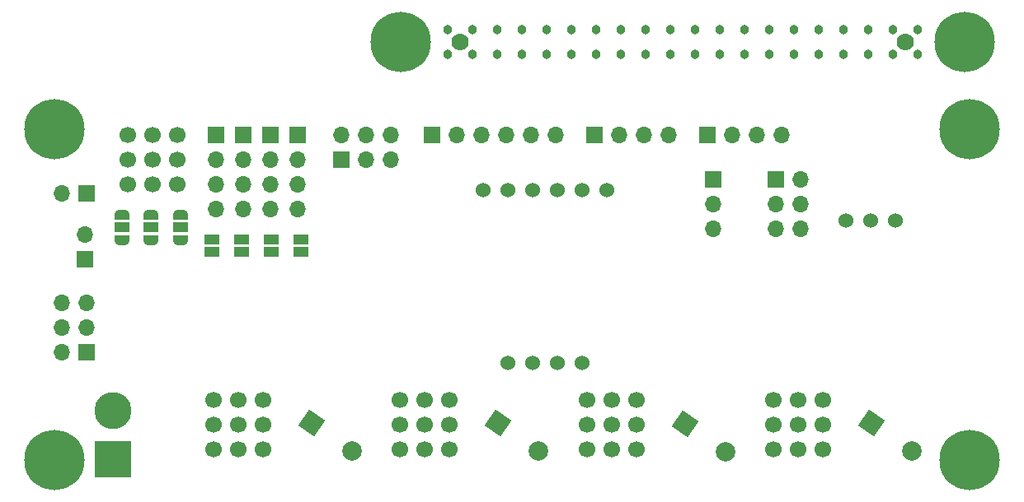
<source format=gbr>
%TF.GenerationSoftware,KiCad,Pcbnew,(6.0.1)*%
%TF.CreationDate,2022-02-16T19:40:38-05:00*%
%TF.ProjectId,expansion-board,65787061-6e73-4696-9f6e-2d626f617264,rev?*%
%TF.SameCoordinates,Original*%
%TF.FileFunction,Soldermask,Bot*%
%TF.FilePolarity,Negative*%
%FSLAX46Y46*%
G04 Gerber Fmt 4.6, Leading zero omitted, Abs format (unit mm)*
G04 Created by KiCad (PCBNEW (6.0.1)) date 2022-02-16 19:40:38*
%MOMM*%
%LPD*%
G01*
G04 APERTURE LIST*
G04 Aperture macros list*
%AMRotRect*
0 Rectangle, with rotation*
0 The origin of the aperture is its center*
0 $1 length*
0 $2 width*
0 $3 Rotation angle, in degrees counterclockwise*
0 Add horizontal line*
21,1,$1,$2,0,0,$3*%
%AMFreePoly0*
4,1,22,0.550000,-0.750000,0.000000,-0.750000,0.000000,-0.745033,-0.079941,-0.743568,-0.215256,-0.701293,-0.333266,-0.622738,-0.424486,-0.514219,-0.481581,-0.384460,-0.499164,-0.250000,-0.500000,-0.250000,-0.500000,0.250000,-0.499164,0.250000,-0.499963,0.256109,-0.478152,0.396186,-0.417904,0.524511,-0.324060,0.630769,-0.204165,0.706417,-0.067858,0.745374,0.000000,0.744959,0.000000,0.750000,
0.550000,0.750000,0.550000,-0.750000,0.550000,-0.750000,$1*%
%AMFreePoly1*
4,1,20,0.000000,0.744959,0.073905,0.744508,0.209726,0.703889,0.328688,0.626782,0.421226,0.519385,0.479903,0.390333,0.500000,0.250000,0.500000,-0.250000,0.499851,-0.262216,0.476331,-0.402017,0.414519,-0.529596,0.319384,-0.634700,0.198574,-0.708877,0.061801,-0.746166,0.000000,-0.745033,0.000000,-0.750000,-0.550000,-0.750000,-0.550000,0.750000,0.000000,0.750000,0.000000,0.744959,
0.000000,0.744959,$1*%
G04 Aperture macros list end*
%ADD10O,1.700000X1.700000*%
%ADD11R,1.700000X1.700000*%
%ADD12C,1.524000*%
%ADD13R,1.500000X1.000000*%
%ADD14R,3.800000X3.800000*%
%ADD15C,3.800000*%
%ADD16C,1.700000*%
%ADD17RotRect,2.000000X2.000000X325.000000*%
%ADD18C,2.000000*%
%ADD19FreePoly0,270.000000*%
%ADD20FreePoly1,270.000000*%
%ADD21C,6.200000*%
%ADD22C,0.965200*%
%ADD23C,1.778000*%
G04 APERTURE END LIST*
D10*
%TO.C,J3*%
X142315000Y-53825000D03*
X139775000Y-53825000D03*
X142315000Y-51285000D03*
X139775000Y-51285000D03*
X142315000Y-48745000D03*
D11*
X139775000Y-48745000D03*
%TD*%
D12*
%TO.C,RV1*%
X147030008Y-52950008D03*
X149570008Y-52950008D03*
X152110008Y-52950008D03*
%TD*%
D13*
%TO.C,JP4*%
X91066216Y-56155405D03*
X91066216Y-54855405D03*
%TD*%
%TO.C,JP1*%
X81916216Y-54855405D03*
X81916216Y-56155405D03*
%TD*%
D11*
%TO.C,J9*%
X85097216Y-44112405D03*
D10*
X85097216Y-46652405D03*
X85097216Y-49192405D03*
X85097216Y-51732405D03*
%TD*%
D14*
%TO.C,J2*%
X71775000Y-77525000D03*
D15*
X71775000Y-72525000D03*
%TD*%
D11*
%TO.C,J14*%
X132750000Y-44107000D03*
D10*
X135290000Y-44107000D03*
X137830000Y-44107000D03*
X140370000Y-44107000D03*
%TD*%
D16*
%TO.C,U10*%
X120425000Y-71385000D03*
X120425000Y-73925000D03*
X120425000Y-76465000D03*
X122965000Y-71385000D03*
X122965000Y-73925000D03*
X122965000Y-76465000D03*
X125505000Y-71385000D03*
X125505000Y-73925000D03*
X125505000Y-76465000D03*
%TD*%
D11*
%TO.C,J15*%
X104470000Y-44107000D03*
D10*
X107010000Y-44107000D03*
X109550000Y-44107000D03*
X112090000Y-44107000D03*
X114630000Y-44107000D03*
X117170000Y-44107000D03*
%TD*%
D11*
%TO.C,J4*%
X69000000Y-66500000D03*
D10*
X66460000Y-66500000D03*
X69000000Y-63960000D03*
X66460000Y-63960000D03*
X69000000Y-61420000D03*
X66460000Y-61420000D03*
%TD*%
D17*
%TO.C,C8*%
X92175000Y-73750000D03*
D18*
X96270760Y-76617882D03*
%TD*%
D19*
%TO.C,JP7*%
X78666213Y-52355417D03*
D13*
X78666213Y-53655417D03*
D20*
X78666213Y-54955417D03*
%TD*%
D11*
%TO.C,J13*%
X121200000Y-44107000D03*
D10*
X123740000Y-44107000D03*
X126280000Y-44107000D03*
X128820000Y-44107000D03*
%TD*%
D11*
%TO.C,J6*%
X133360000Y-48730000D03*
D10*
X133360000Y-51270000D03*
X133360000Y-53810000D03*
%TD*%
D21*
%TO.C,H2*%
X101250000Y-34559200D03*
%TD*%
D11*
%TO.C,J10*%
X87891216Y-44112405D03*
D10*
X87891216Y-46652405D03*
X87891216Y-49192405D03*
X87891216Y-51732405D03*
%TD*%
D19*
%TO.C,JP6*%
X75666219Y-52355417D03*
D13*
X75666219Y-53655417D03*
D20*
X75666219Y-54955417D03*
%TD*%
D16*
%TO.C,U11*%
X73286216Y-44125405D03*
X73286216Y-46665405D03*
X73286216Y-49205405D03*
X75826216Y-44125405D03*
X75826216Y-46665405D03*
X75826216Y-49205405D03*
X78366216Y-44125405D03*
X78366216Y-46665405D03*
X78366216Y-49205405D03*
%TD*%
D13*
%TO.C,JP2*%
X84966226Y-56155401D03*
X84966226Y-54855401D03*
%TD*%
D17*
%TO.C,C6*%
X149650000Y-73750000D03*
D18*
X153745760Y-76617882D03*
%TD*%
D21*
%TO.C,H3*%
X65750000Y-43550000D03*
%TD*%
D19*
%TO.C,JP5*%
X72666225Y-52355417D03*
D13*
X72666225Y-53655417D03*
D20*
X72666225Y-54955417D03*
%TD*%
D11*
%TO.C,J1*%
X68900000Y-56875000D03*
D10*
X68900000Y-54335000D03*
%TD*%
D21*
%TO.C,H6*%
X159752600Y-77561400D03*
%TD*%
D12*
%TO.C,MOD1*%
X122475000Y-49837500D03*
X119935000Y-49837500D03*
X117395000Y-49837500D03*
X114855000Y-49837500D03*
X112315000Y-49837500D03*
X109775000Y-49837500D03*
X112315000Y-67617500D03*
X114855000Y-67617500D03*
X117395000Y-67617500D03*
X119935000Y-67617500D03*
%TD*%
D21*
%TO.C,H5*%
X159752600Y-43550800D03*
%TD*%
%TO.C,H1*%
X159244600Y-34533800D03*
%TD*%
D16*
%TO.C,U8*%
X82100414Y-71385000D03*
X82100414Y-73925000D03*
X82100414Y-76465000D03*
X84640414Y-71385000D03*
X84640414Y-73925000D03*
X84640414Y-76465000D03*
X87180414Y-71385000D03*
X87180414Y-73925000D03*
X87180414Y-76465000D03*
%TD*%
%TO.C,U12*%
X139575000Y-71385000D03*
X139575000Y-73925000D03*
X139575000Y-76465000D03*
X142115000Y-71385000D03*
X142115000Y-73925000D03*
X142115000Y-76465000D03*
X144655000Y-71385000D03*
X144655000Y-73925000D03*
X144655000Y-76465000D03*
%TD*%
D11*
%TO.C,J8*%
X82303216Y-44112405D03*
D10*
X82303216Y-46652405D03*
X82303216Y-49192405D03*
X82303216Y-51732405D03*
%TD*%
D11*
%TO.C,J11*%
X90685216Y-44112405D03*
D10*
X90685216Y-46652405D03*
X90685216Y-49192405D03*
X90685216Y-51732405D03*
%TD*%
D16*
%TO.C,U9*%
X101225394Y-71385000D03*
X101225394Y-73925000D03*
X101225394Y-76465000D03*
X103765394Y-71385000D03*
X103765394Y-73925000D03*
X103765394Y-76465000D03*
X106305394Y-71385000D03*
X106305394Y-73925000D03*
X106305394Y-76465000D03*
%TD*%
D17*
%TO.C,C10*%
X111300000Y-73750000D03*
D18*
X115395760Y-76617882D03*
%TD*%
D11*
%TO.C,J7*%
X95160000Y-46657000D03*
D10*
X95160000Y-44117000D03*
X97700000Y-46657000D03*
X97700000Y-44117000D03*
X100240000Y-46657000D03*
X100240000Y-44117000D03*
%TD*%
D17*
%TO.C,C9*%
X130527120Y-73818982D03*
D18*
X134622880Y-76686864D03*
%TD*%
D22*
%TO.C,J12*%
X131507800Y-33289200D03*
X108647800Y-33289200D03*
X134047800Y-33289200D03*
X126427800Y-35829200D03*
X113727800Y-35829200D03*
X106107800Y-35829200D03*
X118807800Y-33289200D03*
X121347800Y-33289200D03*
X141667800Y-33289200D03*
X154367800Y-33289200D03*
X116267800Y-33289200D03*
X134047800Y-35829200D03*
X141667800Y-35829200D03*
D23*
X107377800Y-34559200D03*
D22*
X123887800Y-33289200D03*
X151827800Y-33289200D03*
X106107800Y-33289200D03*
X144207800Y-33289200D03*
X149287800Y-33289200D03*
X139127800Y-33289200D03*
X139127800Y-35829200D03*
X128967800Y-35829200D03*
X128967800Y-33289200D03*
X111187800Y-33289200D03*
X111187800Y-35829200D03*
X146747800Y-35829200D03*
X151827800Y-35829200D03*
X131507800Y-35829200D03*
X126427800Y-33289200D03*
X108647800Y-35829200D03*
X149287800Y-35829200D03*
X136587800Y-35829200D03*
X123887800Y-35829200D03*
X121347800Y-35829200D03*
X144207800Y-35829200D03*
X116267800Y-35829200D03*
X154367800Y-35829200D03*
D23*
X153097800Y-34559200D03*
D22*
X136587800Y-33289200D03*
X118807800Y-35829200D03*
X113727800Y-33289200D03*
X146747800Y-33289200D03*
%TD*%
D11*
%TO.C,J5*%
X69000000Y-50150000D03*
D10*
X66460000Y-50150000D03*
%TD*%
D21*
%TO.C,H4*%
X65750000Y-77550000D03*
%TD*%
D13*
%TO.C,JP3*%
X88016207Y-54855401D03*
X88016207Y-56155401D03*
%TD*%
M02*

</source>
